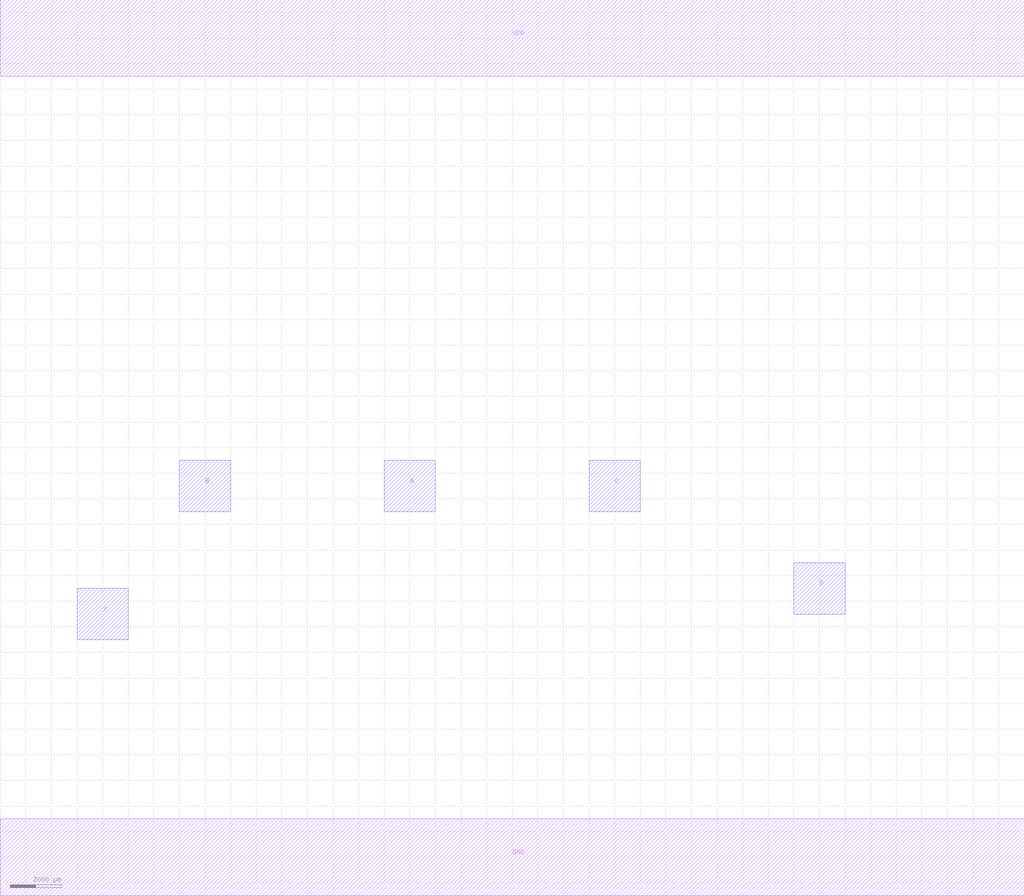
<source format=lef>
MACRO AOI22X1
 CLASS CORE ;
 ORIGIN 0 0 ;
 FOREIGN AOI22X1 0 0 ;
 SITE CORE ;
 SYMMETRY X Y R90 ;
  PIN VDD
   DIRECTION INOUT ;
   USE SIGNAL ;
   SHAPE ABUTMENT ;
    PORT
     CLASS CORE ;
       LAYER metal1 ;
        RECT 0.00000000 30500.00000000 40000.00000000 33500.00000000 ;
    END
  END VDD

  PIN GND
   DIRECTION INOUT ;
   USE SIGNAL ;
   SHAPE ABUTMENT ;
    PORT
     CLASS CORE ;
       LAYER metal1 ;
        RECT 0.00000000 -1500.00000000 40000.00000000 1500.00000000 ;
    END
  END GND

  PIN B
   DIRECTION INOUT ;
   USE SIGNAL ;
   SHAPE ABUTMENT ;
    PORT
     CLASS CORE ;
       LAYER metal2 ;
        RECT 7000.00000000 13500.00000000 9000.00000000 15500.00000000 ;
    END
  END B

  PIN A
   DIRECTION INOUT ;
   USE SIGNAL ;
   SHAPE ABUTMENT ;
    PORT
     CLASS CORE ;
       LAYER metal2 ;
        RECT 15000.00000000 13500.00000000 17000.00000000 15500.00000000 ;
    END
  END A

  PIN C
   DIRECTION INOUT ;
   USE SIGNAL ;
   SHAPE ABUTMENT ;
    PORT
     CLASS CORE ;
       LAYER metal2 ;
        RECT 23000.00000000 13500.00000000 25000.00000000 15500.00000000 ;
    END
  END C

  PIN D
   DIRECTION INOUT ;
   USE SIGNAL ;
   SHAPE ABUTMENT ;
    PORT
     CLASS CORE ;
       LAYER metal2 ;
        RECT 31000.00000000 9500.00000000 33000.00000000 11500.00000000 ;
    END
  END D

  PIN Y
   DIRECTION INOUT ;
   USE SIGNAL ;
   SHAPE ABUTMENT ;
    PORT
     CLASS CORE ;
       LAYER metal2 ;
        RECT 3000.00000000 8500.00000000 5000.00000000 10500.00000000 ;
    END
  END Y


END AOI22X1

</source>
